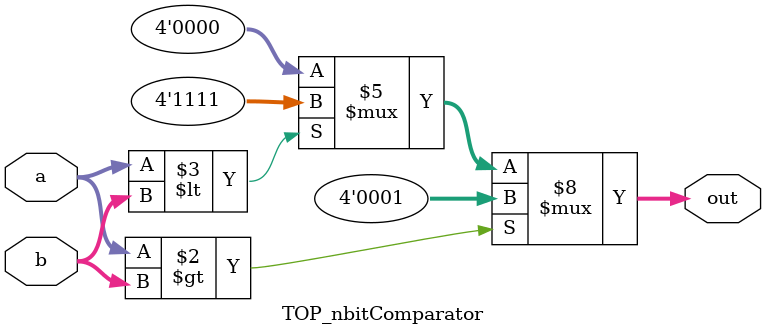
<source format=v>
`timescale 1ns / 1ps


module TOP_nbitComparator #(parameter N = 4) (
  output reg [N-1:0] out,
  input [N-1:0] a,
  input [N-1:0] b
);

  always @(*) begin
    if (a > b) begin
      out <= 1;
    end else if (a < b) begin
      out <= -1;
    end else begin
      out <= 0;
    end
  end

endmodule

</source>
